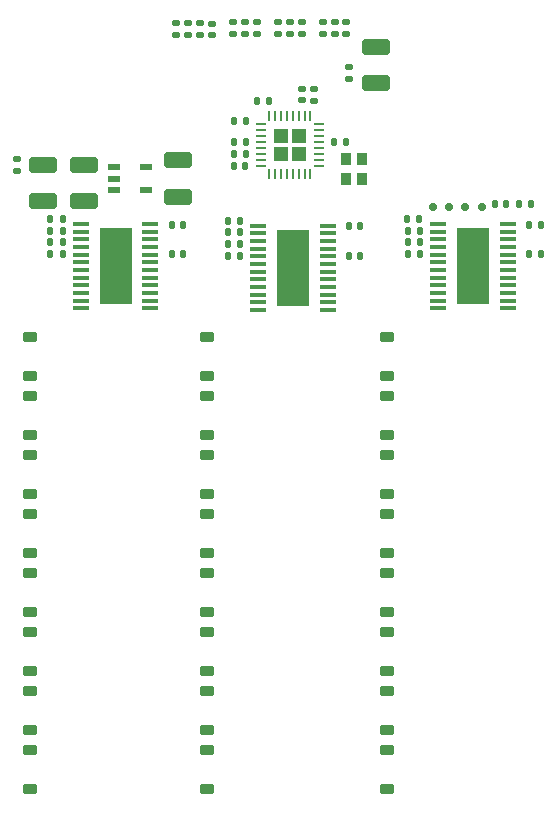
<source format=gbr>
%TF.GenerationSoftware,KiCad,Pcbnew,8.0.5*%
%TF.CreationDate,2025-02-14T14:12:51-08:00*%
%TF.ProjectId,RelayDriver,52656c61-7944-4726-9976-65722e6b6963,A*%
%TF.SameCoordinates,Original*%
%TF.FileFunction,Paste,Top*%
%TF.FilePolarity,Positive*%
%FSLAX46Y46*%
G04 Gerber Fmt 4.6, Leading zero omitted, Abs format (unit mm)*
G04 Created by KiCad (PCBNEW 8.0.5) date 2025-02-14 14:12:51*
%MOMM*%
%LPD*%
G01*
G04 APERTURE LIST*
G04 Aperture macros list*
%AMRoundRect*
0 Rectangle with rounded corners*
0 $1 Rounding radius*
0 $2 $3 $4 $5 $6 $7 $8 $9 X,Y pos of 4 corners*
0 Add a 4 corners polygon primitive as box body*
4,1,4,$2,$3,$4,$5,$6,$7,$8,$9,$2,$3,0*
0 Add four circle primitives for the rounded corners*
1,1,$1+$1,$2,$3*
1,1,$1+$1,$4,$5*
1,1,$1+$1,$6,$7*
1,1,$1+$1,$8,$9*
0 Add four rect primitives between the rounded corners*
20,1,$1+$1,$2,$3,$4,$5,0*
20,1,$1+$1,$4,$5,$6,$7,0*
20,1,$1+$1,$6,$7,$8,$9,0*
20,1,$1+$1,$8,$9,$2,$3,0*%
G04 Aperture macros list end*
%ADD10C,0.000000*%
%ADD11RoundRect,0.135000X-0.185000X0.135000X-0.185000X-0.135000X0.185000X-0.135000X0.185000X0.135000X0*%
%ADD12RoundRect,0.140000X0.140000X0.170000X-0.140000X0.170000X-0.140000X-0.170000X0.140000X-0.170000X0*%
%ADD13RoundRect,0.140000X-0.140000X-0.170000X0.140000X-0.170000X0.140000X0.170000X-0.140000X0.170000X0*%
%ADD14RoundRect,0.225000X0.375000X-0.225000X0.375000X0.225000X-0.375000X0.225000X-0.375000X-0.225000X0*%
%ADD15RoundRect,0.140000X0.170000X-0.140000X0.170000X0.140000X-0.170000X0.140000X-0.170000X-0.140000X0*%
%ADD16RoundRect,0.147500X0.172500X-0.147500X0.172500X0.147500X-0.172500X0.147500X-0.172500X-0.147500X0*%
%ADD17RoundRect,0.135000X-0.135000X-0.185000X0.135000X-0.185000X0.135000X0.185000X-0.135000X0.185000X0*%
%ADD18RoundRect,0.150000X0.150000X0.200000X-0.150000X0.200000X-0.150000X-0.200000X0.150000X-0.200000X0*%
%ADD19R,0.977900X0.508000*%
%ADD20RoundRect,0.250000X-0.925000X0.412500X-0.925000X-0.412500X0.925000X-0.412500X0.925000X0.412500X0*%
%ADD21R,0.900000X1.100000*%
%ADD22RoundRect,0.250000X-0.375000X-0.375000X0.375000X-0.375000X0.375000X0.375000X-0.375000X0.375000X0*%
%ADD23RoundRect,0.062500X-0.375000X-0.062500X0.375000X-0.062500X0.375000X0.062500X-0.375000X0.062500X0*%
%ADD24RoundRect,0.062500X-0.062500X-0.375000X0.062500X-0.375000X0.062500X0.375000X-0.062500X0.375000X0*%
%ADD25RoundRect,0.147500X0.147500X0.172500X-0.147500X0.172500X-0.147500X-0.172500X0.147500X-0.172500X0*%
%ADD26R,1.409700X0.355600*%
%ADD27R,2.768600X6.400800*%
%ADD28RoundRect,0.135000X0.135000X0.185000X-0.135000X0.185000X-0.135000X-0.185000X0.135000X-0.185000X0*%
%ADD29RoundRect,0.150000X-0.150000X-0.200000X0.150000X-0.200000X0.150000X0.200000X-0.150000X0.200000X0*%
%ADD30RoundRect,0.250000X0.925000X-0.412500X0.925000X0.412500X-0.925000X0.412500X-0.925000X-0.412500X0*%
G04 APERTURE END LIST*
D10*
%TO.C,U1*%
G36*
X126650000Y-81029760D02*
G01*
X125465700Y-81029760D01*
X125465700Y-79949600D01*
X126650000Y-79949600D01*
X126650000Y-81029760D01*
G37*
G36*
X126650000Y-82309920D02*
G01*
X125465700Y-82309920D01*
X125465700Y-81229760D01*
X126650000Y-81229760D01*
X126650000Y-82309920D01*
G37*
G36*
X126650000Y-83590080D02*
G01*
X125465700Y-83590080D01*
X125465700Y-82509920D01*
X126650000Y-82509920D01*
X126650000Y-83590080D01*
G37*
G36*
X126650000Y-84870240D02*
G01*
X125465700Y-84870240D01*
X125465700Y-83790080D01*
X126650000Y-83790080D01*
X126650000Y-84870240D01*
G37*
G36*
X126650000Y-86150400D02*
G01*
X125465700Y-86150400D01*
X125465700Y-85070240D01*
X126650000Y-85070240D01*
X126650000Y-86150400D01*
G37*
G36*
X128034300Y-81029760D02*
G01*
X126850000Y-81029760D01*
X126850000Y-79949600D01*
X128034300Y-79949600D01*
X128034300Y-81029760D01*
G37*
G36*
X128034300Y-82309920D02*
G01*
X126850000Y-82309920D01*
X126850000Y-81229760D01*
X128034300Y-81229760D01*
X128034300Y-82309920D01*
G37*
G36*
X128034300Y-83590080D02*
G01*
X126850000Y-83590080D01*
X126850000Y-82509920D01*
X128034300Y-82509920D01*
X128034300Y-83590080D01*
G37*
G36*
X128034300Y-84870240D02*
G01*
X126850000Y-84870240D01*
X126850000Y-83790080D01*
X128034300Y-83790080D01*
X128034300Y-84870240D01*
G37*
G36*
X128034300Y-86150400D02*
G01*
X126850000Y-86150400D01*
X126850000Y-85070240D01*
X128034300Y-85070240D01*
X128034300Y-86150400D01*
G37*
%TO.C,U2*%
G36*
X141650000Y-81179760D02*
G01*
X140465700Y-81179760D01*
X140465700Y-80099600D01*
X141650000Y-80099600D01*
X141650000Y-81179760D01*
G37*
G36*
X141650000Y-82459920D02*
G01*
X140465700Y-82459920D01*
X140465700Y-81379760D01*
X141650000Y-81379760D01*
X141650000Y-82459920D01*
G37*
G36*
X141650000Y-83740080D02*
G01*
X140465700Y-83740080D01*
X140465700Y-82659920D01*
X141650000Y-82659920D01*
X141650000Y-83740080D01*
G37*
G36*
X141650000Y-85020240D02*
G01*
X140465700Y-85020240D01*
X140465700Y-83940080D01*
X141650000Y-83940080D01*
X141650000Y-85020240D01*
G37*
G36*
X141650000Y-86300400D02*
G01*
X140465700Y-86300400D01*
X140465700Y-85220240D01*
X141650000Y-85220240D01*
X141650000Y-86300400D01*
G37*
G36*
X143034300Y-81179760D02*
G01*
X141850000Y-81179760D01*
X141850000Y-80099600D01*
X143034300Y-80099600D01*
X143034300Y-81179760D01*
G37*
G36*
X143034300Y-82459920D02*
G01*
X141850000Y-82459920D01*
X141850000Y-81379760D01*
X143034300Y-81379760D01*
X143034300Y-82459920D01*
G37*
G36*
X143034300Y-83740080D02*
G01*
X141850000Y-83740080D01*
X141850000Y-82659920D01*
X143034300Y-82659920D01*
X143034300Y-83740080D01*
G37*
G36*
X143034300Y-85020240D02*
G01*
X141850000Y-85020240D01*
X141850000Y-83940080D01*
X143034300Y-83940080D01*
X143034300Y-85020240D01*
G37*
G36*
X143034300Y-86300400D02*
G01*
X141850000Y-86300400D01*
X141850000Y-85220240D01*
X143034300Y-85220240D01*
X143034300Y-86300400D01*
G37*
%TO.C,U4*%
G36*
X156900000Y-81029760D02*
G01*
X155715700Y-81029760D01*
X155715700Y-79949600D01*
X156900000Y-79949600D01*
X156900000Y-81029760D01*
G37*
G36*
X156900000Y-82309920D02*
G01*
X155715700Y-82309920D01*
X155715700Y-81229760D01*
X156900000Y-81229760D01*
X156900000Y-82309920D01*
G37*
G36*
X156900000Y-83590080D02*
G01*
X155715700Y-83590080D01*
X155715700Y-82509920D01*
X156900000Y-82509920D01*
X156900000Y-83590080D01*
G37*
G36*
X156900000Y-84870240D02*
G01*
X155715700Y-84870240D01*
X155715700Y-83790080D01*
X156900000Y-83790080D01*
X156900000Y-84870240D01*
G37*
G36*
X156900000Y-86150400D02*
G01*
X155715700Y-86150400D01*
X155715700Y-85070240D01*
X156900000Y-85070240D01*
X156900000Y-86150400D01*
G37*
G36*
X158284300Y-81029760D02*
G01*
X157100000Y-81029760D01*
X157100000Y-79949600D01*
X158284300Y-79949600D01*
X158284300Y-81029760D01*
G37*
G36*
X158284300Y-82309920D02*
G01*
X157100000Y-82309920D01*
X157100000Y-81229760D01*
X158284300Y-81229760D01*
X158284300Y-82309920D01*
G37*
G36*
X158284300Y-83590080D02*
G01*
X157100000Y-83590080D01*
X157100000Y-82509920D01*
X158284300Y-82509920D01*
X158284300Y-83590080D01*
G37*
G36*
X158284300Y-84870240D02*
G01*
X157100000Y-84870240D01*
X157100000Y-83790080D01*
X158284300Y-83790080D01*
X158284300Y-84870240D01*
G37*
G36*
X158284300Y-86150400D02*
G01*
X157100000Y-86150400D01*
X157100000Y-85070240D01*
X158284300Y-85070240D01*
X158284300Y-86150400D01*
G37*
%TD*%
D11*
%TO.C,R6*%
X131900000Y-62500000D03*
X131900000Y-63520000D03*
%TD*%
D12*
%TO.C,C1*%
X132480000Y-82050000D03*
X131520000Y-82050000D03*
%TD*%
D13*
%TO.C,C10*%
X161770000Y-79550000D03*
X162730000Y-79550000D03*
%TD*%
D14*
%TO.C,D16*%
X134500000Y-117350000D03*
X134500000Y-114050000D03*
%TD*%
D15*
%TO.C,C14*%
X143520000Y-69050000D03*
X143520000Y-68090000D03*
%TD*%
D16*
%TO.C,D30*%
X146300000Y-63385000D03*
X146300000Y-62415000D03*
%TD*%
D14*
%TO.C,D26*%
X149750000Y-107350000D03*
X149750000Y-104050000D03*
%TD*%
D11*
%TO.C,R5*%
X132900000Y-62500000D03*
X132900000Y-63520000D03*
%TD*%
D17*
%TO.C,R12*%
X136250000Y-82200000D03*
X137270000Y-82200000D03*
%TD*%
%TO.C,R16*%
X151490000Y-80050000D03*
X152510000Y-80050000D03*
%TD*%
D11*
%TO.C,R25*%
X144300000Y-62400000D03*
X144300000Y-63420000D03*
%TD*%
D17*
%TO.C,R15*%
X151460000Y-79050000D03*
X152480000Y-79050000D03*
%TD*%
D16*
%TO.C,D1*%
X134900000Y-63485000D03*
X134900000Y-62515000D03*
%TD*%
D17*
%TO.C,R2*%
X121240000Y-80050000D03*
X122260000Y-80050000D03*
%TD*%
D11*
%TO.C,R13*%
X137700000Y-62400000D03*
X137700000Y-63420000D03*
%TD*%
D18*
%TO.C,D11*%
X156343250Y-78040000D03*
X157743250Y-78040000D03*
%TD*%
D17*
%TO.C,R23*%
X138740000Y-69050000D03*
X139760000Y-69050000D03*
%TD*%
D16*
%TO.C,D12*%
X142500000Y-63385000D03*
X142500000Y-62415000D03*
%TD*%
D14*
%TO.C,D24*%
X149750000Y-117350000D03*
X149750000Y-114050000D03*
%TD*%
D12*
%TO.C,C5*%
X159823250Y-77790000D03*
X158863250Y-77790000D03*
%TD*%
D11*
%TO.C,R7*%
X141500000Y-62400000D03*
X141500000Y-63420000D03*
%TD*%
D19*
%TO.C,U3*%
X126634750Y-74687499D03*
X126634750Y-75637500D03*
X126634750Y-76587501D03*
X129365250Y-76587501D03*
X129365250Y-74687499D03*
%TD*%
D14*
%TO.C,D22*%
X149750000Y-127350000D03*
X149750000Y-124050000D03*
%TD*%
D15*
%TO.C,C13*%
X142500000Y-69030000D03*
X142500000Y-68070000D03*
%TD*%
D14*
%TO.C,D29*%
X149750000Y-92350000D03*
X149750000Y-89050000D03*
%TD*%
D20*
%TO.C,C2*%
X120600000Y-74462500D03*
X120600000Y-77537500D03*
%TD*%
D14*
%TO.C,D21*%
X134500000Y-92350000D03*
X134500000Y-89050000D03*
%TD*%
D17*
%TO.C,R9*%
X136250000Y-79200000D03*
X137270000Y-79200000D03*
%TD*%
D14*
%TO.C,D14*%
X134500000Y-127350000D03*
X134500000Y-124050000D03*
%TD*%
D20*
%TO.C,C8*%
X124100000Y-74462500D03*
X124100000Y-77537500D03*
%TD*%
D17*
%TO.C,R11*%
X136250000Y-81200000D03*
X137270000Y-81200000D03*
%TD*%
D21*
%TO.C,Y1*%
X147600000Y-75650000D03*
X147600000Y-73950000D03*
X146300000Y-73950000D03*
X146300000Y-75650000D03*
%TD*%
D22*
%TO.C,U5*%
X140725000Y-72025000D03*
X140725000Y-73575000D03*
X142275000Y-72025000D03*
X142275000Y-73575000D03*
D23*
X139062500Y-71050000D03*
X139062500Y-71550000D03*
X139062500Y-72050000D03*
X139062500Y-72550000D03*
X139062500Y-73050000D03*
X139062500Y-73550000D03*
X139062500Y-74050000D03*
X139062500Y-74550000D03*
D24*
X139750000Y-75237500D03*
X140250000Y-75237500D03*
X140750000Y-75237500D03*
X141250000Y-75237500D03*
X141750000Y-75237500D03*
X142250000Y-75237500D03*
X142750000Y-75237500D03*
X143250000Y-75237500D03*
D23*
X143937500Y-74550000D03*
X143937500Y-74050000D03*
X143937500Y-73550000D03*
X143937500Y-73050000D03*
X143937500Y-72550000D03*
X143937500Y-72050000D03*
X143937500Y-71550000D03*
X143937500Y-71050000D03*
D24*
X143250000Y-70362500D03*
X142750000Y-70362500D03*
X142250000Y-70362500D03*
X141750000Y-70362500D03*
X141250000Y-70362500D03*
X140750000Y-70362500D03*
X140250000Y-70362500D03*
X139750000Y-70362500D03*
%TD*%
D17*
%TO.C,R18*%
X151490000Y-82050000D03*
X152510000Y-82050000D03*
%TD*%
D25*
%TO.C,L1*%
X161885000Y-77800000D03*
X160915000Y-77800000D03*
%TD*%
D17*
%TO.C,R17*%
X151490000Y-81050000D03*
X152510000Y-81050000D03*
%TD*%
D14*
%TO.C,D4*%
X119500000Y-117350000D03*
X119500000Y-114050000D03*
%TD*%
%TO.C,D6*%
X119500000Y-107350000D03*
X119500000Y-104050000D03*
%TD*%
%TO.C,D25*%
X149750000Y-112350000D03*
X149750000Y-109050000D03*
%TD*%
D26*
%TO.C,U1*%
X123797250Y-79474937D03*
X123797250Y-80124949D03*
X123797250Y-80774960D03*
X123797250Y-81424972D03*
X123797250Y-82074983D03*
X123797250Y-82724994D03*
X123797250Y-83375006D03*
X123797250Y-84025017D03*
X123797250Y-84675028D03*
X123797250Y-85325040D03*
X123797250Y-85975051D03*
X123797250Y-86625063D03*
X129702750Y-86625063D03*
X129702750Y-85975051D03*
X129702750Y-85325040D03*
X129702750Y-84675028D03*
X129702750Y-84025017D03*
X129702750Y-83375006D03*
X129702750Y-82724994D03*
X129702750Y-82074983D03*
X129702750Y-81424972D03*
X129702750Y-80774960D03*
X129702750Y-80124949D03*
X129702750Y-79474937D03*
D27*
X126750000Y-83050000D03*
%TD*%
D14*
%TO.C,D5*%
X119500000Y-112350000D03*
X119500000Y-109050000D03*
%TD*%
D16*
%TO.C,D13*%
X138700000Y-63385000D03*
X138700000Y-62415000D03*
%TD*%
D17*
%TO.C,R1*%
X121240000Y-79050000D03*
X122260000Y-79050000D03*
%TD*%
%TO.C,R10*%
X136250000Y-80200000D03*
X137270000Y-80200000D03*
%TD*%
D14*
%TO.C,D28*%
X149750000Y-97350000D03*
X149750000Y-94050000D03*
%TD*%
D12*
%TO.C,C12*%
X137730000Y-74550000D03*
X136770000Y-74550000D03*
%TD*%
D14*
%TO.C,D2*%
X119500000Y-127350000D03*
X119500000Y-124050000D03*
%TD*%
D17*
%TO.C,R4*%
X121240000Y-82050000D03*
X122260000Y-82050000D03*
%TD*%
D28*
%TO.C,R22*%
X146270000Y-72550000D03*
X145250000Y-72550000D03*
%TD*%
D11*
%TO.C,R24*%
X145300000Y-62400000D03*
X145300000Y-63420000D03*
%TD*%
D12*
%TO.C,C15*%
X147480000Y-82200000D03*
X146520000Y-82200000D03*
%TD*%
D17*
%TO.C,R3*%
X121240000Y-81050000D03*
X122260000Y-81050000D03*
%TD*%
D14*
%TO.C,D9*%
X119500000Y-92350000D03*
X119500000Y-89050000D03*
%TD*%
D29*
%TO.C,D10*%
X154993250Y-78040000D03*
X153593250Y-78040000D03*
%TD*%
D26*
%TO.C,U2*%
X138797250Y-79624937D03*
X138797250Y-80274949D03*
X138797250Y-80924960D03*
X138797250Y-81574972D03*
X138797250Y-82224983D03*
X138797250Y-82874994D03*
X138797250Y-83525006D03*
X138797250Y-84175017D03*
X138797250Y-84825028D03*
X138797250Y-85475040D03*
X138797250Y-86125051D03*
X138797250Y-86775063D03*
X144702750Y-86775063D03*
X144702750Y-86125051D03*
X144702750Y-85475040D03*
X144702750Y-84825028D03*
X144702750Y-84175017D03*
X144702750Y-83525006D03*
X144702750Y-82874994D03*
X144702750Y-82224983D03*
X144702750Y-81574972D03*
X144702750Y-80924960D03*
X144702750Y-80274949D03*
X144702750Y-79624937D03*
D27*
X141750000Y-83200000D03*
%TD*%
D14*
%TO.C,D17*%
X134500000Y-112350000D03*
X134500000Y-109050000D03*
%TD*%
%TO.C,D20*%
X134500000Y-97350000D03*
X134500000Y-94050000D03*
%TD*%
D28*
%TO.C,R21*%
X137770000Y-72550000D03*
X136750000Y-72550000D03*
%TD*%
D15*
%TO.C,C3*%
X118400000Y-74980000D03*
X118400000Y-74020000D03*
%TD*%
D13*
%TO.C,C16*%
X146520000Y-79700000D03*
X147480000Y-79700000D03*
%TD*%
D30*
%TO.C,C6*%
X148800000Y-67537500D03*
X148800000Y-64462500D03*
%TD*%
D11*
%TO.C,R14*%
X136700000Y-62400000D03*
X136700000Y-63420000D03*
%TD*%
D14*
%TO.C,D8*%
X119500000Y-97350000D03*
X119500000Y-94050000D03*
%TD*%
D28*
%TO.C,R19*%
X137760000Y-70800000D03*
X136740000Y-70800000D03*
%TD*%
D26*
%TO.C,U4*%
X154047250Y-79474937D03*
X154047250Y-80124949D03*
X154047250Y-80774960D03*
X154047250Y-81424972D03*
X154047250Y-82074983D03*
X154047250Y-82724994D03*
X154047250Y-83375006D03*
X154047250Y-84025017D03*
X154047250Y-84675028D03*
X154047250Y-85325040D03*
X154047250Y-85975051D03*
X154047250Y-86625063D03*
X159952750Y-86625063D03*
X159952750Y-85975051D03*
X159952750Y-85325040D03*
X159952750Y-84675028D03*
X159952750Y-84025017D03*
X159952750Y-83375006D03*
X159952750Y-82724994D03*
X159952750Y-82074983D03*
X159952750Y-81424972D03*
X159952750Y-80774960D03*
X159952750Y-80124949D03*
X159952750Y-79474937D03*
D27*
X157000000Y-83050000D03*
%TD*%
D14*
%TO.C,D19*%
X134500000Y-102350000D03*
X134500000Y-99050000D03*
%TD*%
D11*
%TO.C,R8*%
X140500000Y-62400000D03*
X140500000Y-63420000D03*
%TD*%
D20*
%TO.C,C11*%
X132000000Y-74100000D03*
X132000000Y-77175000D03*
%TD*%
D14*
%TO.C,D23*%
X149750000Y-122350000D03*
X149750000Y-119050000D03*
%TD*%
%TO.C,D18*%
X134500000Y-107350000D03*
X134500000Y-104050000D03*
%TD*%
%TO.C,D27*%
X149750000Y-102350000D03*
X149750000Y-99050000D03*
%TD*%
D12*
%TO.C,C9*%
X162730000Y-82050000D03*
X161770000Y-82050000D03*
%TD*%
D14*
%TO.C,D3*%
X119500000Y-122350000D03*
X119500000Y-119050000D03*
%TD*%
D11*
%TO.C,R26*%
X133900000Y-62500000D03*
X133900000Y-63520000D03*
%TD*%
D13*
%TO.C,C4*%
X131520000Y-79550000D03*
X132480000Y-79550000D03*
%TD*%
D28*
%TO.C,R20*%
X137760000Y-73550000D03*
X136740000Y-73550000D03*
%TD*%
D14*
%TO.C,D7*%
X119500000Y-102350000D03*
X119500000Y-99050000D03*
%TD*%
D15*
%TO.C,C7*%
X146500000Y-67180000D03*
X146500000Y-66220000D03*
%TD*%
D14*
%TO.C,D15*%
X134500000Y-122350000D03*
X134500000Y-119050000D03*
%TD*%
M02*

</source>
